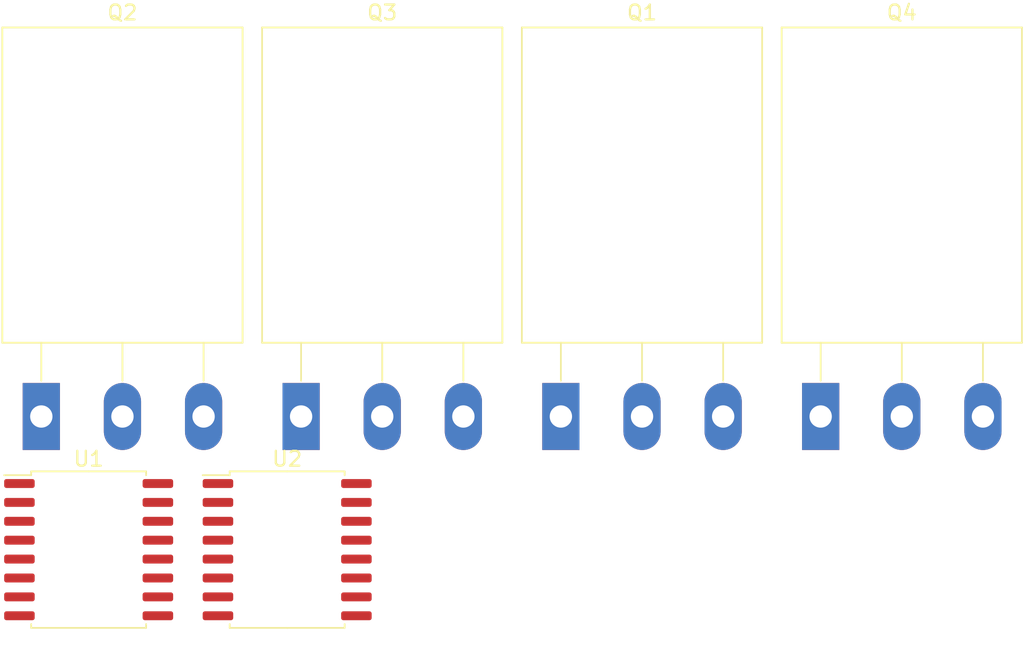
<source format=kicad_pcb>
(kicad_pcb (version 20211014) (generator pcbnew)
  (layers (0 "F.Cu" signal) (31 "B.Cu" signal) (34 "B.Paste" user) (35 "F.Paste" user) (36 "B.SilkS" user "B.Silkscreen") (37 "F.SilkS" user "F.Silkscreen") (38 "B.Mask" user) (39 "F.Mask" user) (44 "Edge.Cuts" user))
  (net 0 "")
  (net 1 "Net-(Q1-Pad1)")
  (net 2 "Net-(Q1-Pad2)")
  (net 3 "Net-(Q1-Pad3)")
  (net 4 "Net-(Q2-Pad2)")
  (net 5 "Net-(Q2-Pad3)")
  (net 6 "Net-(Q3-Pad2)")
  (net 7 "Net-(Q3-Pad3)")
  (net 8 "Net-(Q4-Pad2)")
  (footprint "Package_TO_SOT_THT:TO-247-3_Horizontal_TabDown" (layer "F.Cu") (at 165.375 109.16)
    (fp_text reference "Q4" (at 5.45 -27.15) (layer "F.SilkS"))
    (fp_text value "IRFP150")
    (fp_line (start 0 -4.96) (end 0 -2.4) (layer "F.SilkS") (width 0.12))
    (fp_line (start 13.52 -26.15) (end 13.52 -4.96) (layer "F.SilkS") (width 0.12))
    (fp_line (start -2.62 -26.15) (end 13.52 -26.15) (layer "F.SilkS") (width 0.12))
    (fp_line (start -2.62 -26.15) (end -2.62 -4.96) (layer "F.SilkS") (width 0.12))
    (fp_line (start 5.45 -4.96) (end 5.45 -2.4) (layer "F.SilkS") (width 0.12))
    (fp_line (start -2.62 -4.96) (end 13.52 -4.96) (layer "F.SilkS") (width 0.12))
    (fp_line (start 10.9 -4.96) (end 10.9 -2.4) (layer "F.SilkS") (width 0.12))
    (pad "" np_thru_hole oval (at 5.45 -19.86) (size 3.6 3.6) (drill 3.6) (layers *.Cu *.Mask))
    (pad "1" thru_hole rect (at 0 0) (size 2.5 4.5) (drill 1.5) (layers *.Cu *.Mask) (net 7 "Net-(Q3-Pad3)"))
    (pad "2" thru_hole oval (at 5.45 0) (size 2.5 4.5) (drill 1.5) (layers *.Cu *.Mask) (net 8 "Net-(Q4-Pad2)"))
    (pad "3" thru_hole oval (at 10.9 0) (size 2.5 4.5) (drill 1.5) (layers *.Cu *.Mask) (net 5 "Net-(Q2-Pad3)"))
  )
  (footprint "Package_TO_SOT_THT:TO-247-3_Horizontal_TabDown" (layer "F.Cu") (at 130.475 109.16)
    (fp_text reference "Q3" (at 5.45 -27.15) (layer "F.SilkS"))
    (fp_text value "IRFP150")
    (fp_line (start 10.9 -4.96) (end 10.9 -2.4) (layer "F.SilkS") (width 0.12))
    (fp_line (start 5.45 -4.96) (end 5.45 -2.4) (layer "F.SilkS") (width 0.12))
    (fp_line (start -2.62 -26.15) (end 13.52 -26.15) (layer "F.SilkS") (width 0.12))
    (fp_line (start 0 -4.96) (end 0 -2.4) (layer "F.SilkS") (width 0.12))
    (fp_line (start -2.62 -4.96) (end 13.52 -4.96) (layer "F.SilkS") (width 0.12))
    (fp_line (start -2.62 -26.15) (end -2.62 -4.96) (layer "F.SilkS") (width 0.12))
    (fp_line (start 13.52 -26.15) (end 13.52 -4.96) (layer "F.SilkS") (width 0.12))
    (pad "" np_thru_hole oval (at 5.45 -19.86) (size 3.6 3.6) (drill 3.6) (layers *.Cu *.Mask))
    (pad "1" thru_hole rect (at 0 0) (size 2.5 4.5) (drill 1.5) (layers *.Cu *.Mask) (net 1 "Net-(Q1-Pad1)"))
    (pad "2" thru_hole oval (at 5.45 0) (size 2.5 4.5) (drill 1.5) (layers *.Cu *.Mask) (net 6 "Net-(Q3-Pad2)"))
    (pad "3" thru_hole oval (at 10.9 0) (size 2.5 4.5) (drill 1.5) (layers *.Cu *.Mask) (net 7 "Net-(Q3-Pad3)"))
  )
  (footprint "Package_TO_SOT_THT:TO-247-3_Horizontal_TabDown" (layer "F.Cu") (at 113.025 109.16)
    (fp_text reference "Q2" (at 5.45 -27.15) (layer "F.SilkS"))
    (fp_text value "IRFP150")
    (fp_line (start -2.62 -26.15) (end 13.52 -26.15) (layer "F.SilkS") (width 0.12))
    (fp_line (start 10.9 -4.96) (end 10.9 -2.4) (layer "F.SilkS") (width 0.12))
    (fp_line (start 5.45 -4.96) (end 5.45 -2.4) (layer "F.SilkS") (width 0.12))
    (fp_line (start -2.62 -26.15) (end -2.62 -4.96) (layer "F.SilkS") (width 0.12))
    (fp_line (start 0 -4.96) (end 0 -2.4) (layer "F.SilkS") (width 0.12))
    (fp_line (start -2.62 -4.96) (end 13.52 -4.96) (layer "F.SilkS") (width 0.12))
    (fp_line (start 13.52 -26.15) (end 13.52 -4.96) (layer "F.SilkS") (width 0.12))
    (pad "" np_thru_hole oval (at 5.45 -19.86) (size 3.6 3.6) (drill 3.6) (layers *.Cu *.Mask))
    (pad "1" thru_hole rect (at 0 0) (size 2.5 4.5) (drill 1.5) (layers *.Cu *.Mask) (net 3 "Net-(Q1-Pad3)"))
    (pad "2" thru_hole oval (at 5.45 0) (size 2.5 4.5) (drill 1.5) (layers *.Cu *.Mask) (net 4 "Net-(Q2-Pad2)"))
    (pad "3" thru_hole oval (at 10.9 0) (size 2.5 4.5) (drill 1.5) (layers *.Cu *.Mask) (net 5 "Net-(Q2-Pad3)"))
  )
  (footprint "Package_SO:SOIC-16W_7.5x10.3mm_P1.27mm" (layer "F.Cu") (at 116.205 118.11)
    (fp_text reference "U1" (at 0 -6.1) (layer "F.SilkS"))
    (fp_text value "UCC21540")
    (fp_line (start -3.86 5.26) (end -3.86 5.005) (layer "F.SilkS") (width 0.12))
    (fp_line (start 3.86 5.26) (end 3.86 5.005) (layer "F.SilkS") (width 0.12))
    (fp_line (start 3.86 -5.26) (end 3.86 -5.005) (layer "F.SilkS") (width 0.12))
    (fp_line (start 0 -5.26) (end -3.86 -5.26) (layer "F.SilkS") (width 0.12))
    (fp_line (start -3.86 -5.005) (end -5.675 -5.005) (layer "F.SilkS") (width 0.12))
    (fp_line (start 0 -5.26) (end 3.86 -5.26) (layer "F.SilkS") (width 0.12))
    (fp_line (start 0 5.26) (end 3.86 5.26) (layer "F.SilkS") (width 0.12))
    (fp_line (start 0 5.26) (end -3.86 5.26) (layer "F.SilkS") (width 0.12))
    (fp_line (start -3.86 -5.26) (end -3.86 -5.005) (layer "F.SilkS") (width 0.12))
    (pad "1" smd roundrect (at -4.65 -4.445) (size 2.05 0.6) (layers "F.Cu" "F.Paste" "F.Mask"))
    (pad "2" smd roundrect (at -4.65 -3.175) (size 2.05 0.6) (layers "F.Cu" "F.Paste" "F.Mask"))
    (pad "3" smd roundrect (at -4.65 -1.905) (size 2.05 0.6) (layers "F.Cu" "F.Paste" "F.Mask"))
    (pad "4" smd roundrect (at -4.65 -0.635) (size 2.05 0.6) (layers "F.Cu" "F.Paste" "F.Mask"))
    (pad "5" smd roundrect (at -4.65 0.635) (size 2.05 0.6) (layers "F.Cu" "F.Paste" "F.Mask"))
    (pad "6" smd roundrect (at -4.65 1.905) (size 2.05 0.6) (layers "F.Cu" "F.Paste" "F.Mask"))
    (pad "7" smd roundrect (at -4.65 3.175) (size 2.05 0.6) (layers "F.Cu" "F.Paste" "F.Mask"))
    (pad "8" smd roundrect (at -4.65 4.445) (size 2.05 0.6) (layers "F.Cu" "F.Paste" "F.Mask"))
    (pad "9" smd roundrect (at 4.65 4.445) (size 2.05 0.6) (layers "F.Cu" "F.Paste" "F.Mask") (net 5 "Net-(Q2-Pad3)"))
    (pad "10" smd roundrect (at 4.65 3.175) (size 2.05 0.6) (layers "F.Cu" "F.Paste" "F.Mask") (net 4 "Net-(Q2-Pad2)"))
    (pad "11" smd roundrect (at 4.65 1.905) (size 2.05 0.6) (layers "F.Cu" "F.Paste" "F.Mask"))
    (pad "12" smd roundrect (at 4.65 0.635) (size 2.05 0.6) (layers "F.Cu" "F.Paste" "F.Mask"))
    (pad "13" smd roundrect (at 4.65 -0.635) (size 2.05 0.6) (layers "F.Cu" "F.Paste" "F.Mask"))
    (pad "14" smd roundrect (at 4.65 -1.905) (size 2.05 0.6) (layers "F.Cu" "F.Paste" "F.Mask") (net 3 "Net-(Q1-Pad3)"))
    (pad "15" smd roundrect (at 4.65 -3.175) (size 2.05 0.6) (layers "F.Cu" "F.Paste" "F.Mask") (net 2 "Net-(Q1-Pad2)"))
    (pad "16" smd roundrect (at 4.65 -4.445) (size 2.05 0.6) (layers "F.Cu" "F.Paste" "F.Mask"))
  )
  (footprint "Package_SO:SOIC-16W_7.5x10.3mm_P1.27mm" (layer "F.Cu") (at 129.54 118.11)
    (fp_text reference "U2" (at 0 -6.1) (layer "F.SilkS"))
    (fp_text value "UCC21540")
    (fp_line (start -3.86 5.26) (end -3.86 5.005) (layer "F.SilkS") (width 0.12))
    (fp_line (start 0 5.26) (end 3.86 5.26) (layer "F.SilkS") (width 0.12))
    (fp_line (start 0 5.26) (end -3.86 5.26) (layer "F.SilkS") (width 0.12))
    (fp_line (start 0 -5.26) (end -3.86 -5.26) (layer "F.SilkS") (width 0.12))
    (fp_line (start 0 -5.26) (end 3.86 -5.26) (layer "F.SilkS") (width 0.12))
    (fp_line (start 3.86 -5.26) (end 3.86 -5.005) (layer "F.SilkS") (width 0.12))
    (fp_line (start -3.86 -5.26) (end -3.86 -5.005) (layer "F.SilkS") (width 0.12))
    (fp_line (start -3.86 -5.005) (end -5.675 -5.005) (layer "F.SilkS") (width 0.12))
    (fp_line (start 3.86 5.26) (end 3.86 5.005) (layer "F.SilkS") (width 0.12))
    (pad "1" smd roundrect (at -4.65 -4.445) (size 2.05 0.6) (layers "F.Cu" "F.Paste" "F.Mask"))
    (pad "2" smd roundrect (at -4.65 -3.175) (size 2.05 0.6) (layers "F.Cu" "F.Paste" "F.Mask"))
    (pad "3" smd roundrect (at -4.65 -1.905) (size 2.05 0.6) (layers "F.Cu" "F.Paste" "F.Mask"))
    (pad "4" smd roundrect (at -4.65 -0.635) (size 2.05 0.6) (layers "F.Cu" "F.Paste" "F.Mask"))
    (pad "5" smd roundrect (at -4.65 0.635) (size 2.05 0.6) (layers "F.Cu" "F.Paste" "F.Mask"))
    (pad "6" smd roundrect (at -4.65 1.905) (size 2.05 0.6) (layers "F.Cu" "F.Paste" "F.Mask"))
    (pad "7" smd roundrect (at -4.65 3.175) (size 2.05 0.6) (layers "F.Cu" "F.Paste" "F.Mask"))
    (pad "8" smd roundrect (at -4.65 4.445) (size 2.05 0.6) (layers "F.Cu" "F.Paste" "F.Mask"))
    (pad "9" smd roundrect (at 4.65 4.445) (size 2.05 0.6) (layers "F.Cu" "F.Paste" "F.Mask") (net 5 "Net-(Q2-Pad3)"))
    (pad "10" smd roundrect (at 4.65 3.175) (size 2.05 0.6) (layers "F.Cu" "F.Paste" "F.Mask") (net 8 "Net-(Q4-Pad2)"))
    (pad "11" smd roundrect (at 4.65 1.905) (size 2.05 0.6) (layers "F.Cu" "F.Paste" "F.Mask"))
    (pad "12" smd roundrect (at 4.65 0.635) (size 2.05 0.6) (layers "F.Cu" "F.Paste" "F.Mask"))
    (pad "13" smd roundrect (at 4.65 -0.635) (size 2.05 0.6) (layers "F.Cu" "F.Paste" "F.Mask"))
    (pad "14" smd roundrect (at 4.65 -1.905) (size 2.05 0.6) (layers "F.Cu" "F.Paste" "F.Mask") (net 7 "Net-(Q3-Pad3)"))
    (pad "15" smd roundrect (at 4.65 -3.175) (size 2.05 0.6) (layers "F.Cu" "F.Paste" "F.Mask") (net 6 "Net-(Q3-Pad2)"))
    (pad "16" smd roundrect (at 4.65 -4.445) (size 2.05 0.6) (layers "F.Cu" "F.Paste" "F.Mask"))
  )
  (footprint "Package_TO_SOT_THT:TO-247-3_Horizontal_TabDown" (layer "F.Cu") (at 147.925 109.16)
    (fp_text reference "Q1" (at 5.45 -27.15) (layer "F.SilkS"))
    (fp_text value "IRFP150")
    (fp_line (start -2.62 -26.15) (end -2.62 -4.96) (layer "F.SilkS") (width 0.12))
    (fp_line (start -2.62 -26.15) (end 13.52 -26.15) (layer "F.SilkS") (width 0.12))
    (fp_line (start 13.52 -26.15) (end 13.52 -4.96) (layer "F.SilkS") (width 0.12))
    (fp_line (start -2.62 -4.96) (end 13.52 -4.96) (layer "F.SilkS") (width 0.12))
    (fp_line (start 0 -4.96) (end 0 -2.4) (layer "F.SilkS") (width 0.12))
    (fp_line (start 5.45 -4.96) (end 5.45 -2.4) (layer "F.SilkS") (width 0.12))
    (fp_line (start 10.9 -4.96) (end 10.9 -2.4) (layer "F.SilkS") (width 0.12))
    (pad "" np_thru_hole oval (at 5.45 -19.86) (size 3.6 3.6) (drill 3.6) (layers *.Cu *.Mask))
    (pad "1" thru_hole rect (at 0 0) (size 2.5 4.5) (drill 1.5) (layers *.Cu *.Mask) (net 1 "Net-(Q1-Pad1)"))
    (pad "2" thru_hole oval (at 5.45 0) (size 2.5 4.5) (drill 1.5) (layers *.Cu *.Mask) (net 2 "Net-(Q1-Pad2)"))
    (pad "3" thru_hole oval (at 10.9 0) (size 2.5 4.5) (drill 1.5) (layers *.Cu *.Mask) (net 3 "Net-(Q1-Pad3)"))
  )
)
</source>
